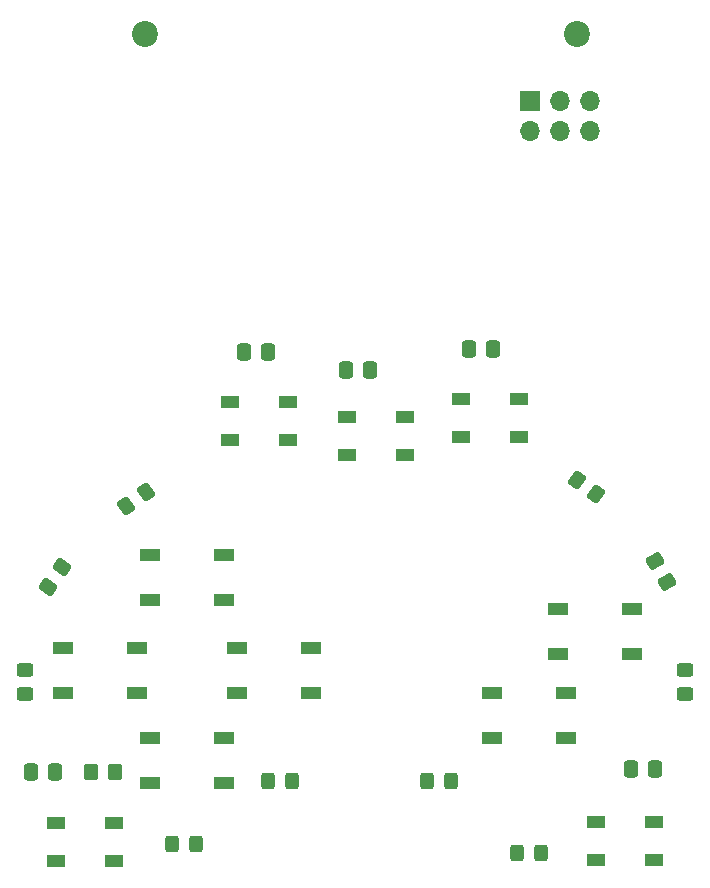
<source format=gbr>
%TF.GenerationSoftware,KiCad,Pcbnew,(6.0.0)*%
%TF.CreationDate,2022-01-21T17:49:12+00:00*%
%TF.ProjectId,molly-the-mermaid,6d6f6c6c-792d-4746-9865-2d6d65726d61,rev?*%
%TF.SameCoordinates,Original*%
%TF.FileFunction,Soldermask,Top*%
%TF.FilePolarity,Negative*%
%FSLAX46Y46*%
G04 Gerber Fmt 4.6, Leading zero omitted, Abs format (unit mm)*
G04 Created by KiCad (PCBNEW (6.0.0)) date 2022-01-21 17:49:12*
%MOMM*%
%LPD*%
G01*
G04 APERTURE LIST*
G04 Aperture macros list*
%AMRoundRect*
0 Rectangle with rounded corners*
0 $1 Rounding radius*
0 $2 $3 $4 $5 $6 $7 $8 $9 X,Y pos of 4 corners*
0 Add a 4 corners polygon primitive as box body*
4,1,4,$2,$3,$4,$5,$6,$7,$8,$9,$2,$3,0*
0 Add four circle primitives for the rounded corners*
1,1,$1+$1,$2,$3*
1,1,$1+$1,$4,$5*
1,1,$1+$1,$6,$7*
1,1,$1+$1,$8,$9*
0 Add four rect primitives between the rounded corners*
20,1,$1+$1,$2,$3,$4,$5,0*
20,1,$1+$1,$4,$5,$6,$7,0*
20,1,$1+$1,$6,$7,$8,$9,0*
20,1,$1+$1,$8,$9,$2,$3,0*%
G04 Aperture macros list end*
%ADD10C,2.200000*%
%ADD11RoundRect,0.250000X-0.350000X-0.450000X0.350000X-0.450000X0.350000X0.450000X-0.350000X0.450000X0*%
%ADD12R,1.700000X1.000000*%
%ADD13O,1.700000X1.700000*%
%ADD14R,1.700000X1.700000*%
%ADD15RoundRect,0.250000X-0.530373X-0.163796X-0.011260X-0.554976X0.530373X0.163796X0.011260X0.554976X0*%
%ADD16RoundRect,0.250000X-0.552211X0.056458X-0.227211X-0.506458X0.552211X-0.056458X0.227211X0.506458X0*%
%ADD17RoundRect,0.250000X-0.450000X0.325000X-0.450000X-0.325000X0.450000X-0.325000X0.450000X0.325000X0*%
%ADD18RoundRect,0.250000X-0.325000X-0.450000X0.325000X-0.450000X0.325000X0.450000X-0.325000X0.450000X0*%
%ADD19RoundRect,0.250000X0.450000X-0.325000X0.450000X0.325000X-0.450000X0.325000X-0.450000X-0.325000X0*%
%ADD20RoundRect,0.250000X0.182206X-0.524334X0.555031X0.008115X-0.182206X0.524334X-0.555031X-0.008115X0*%
%ADD21RoundRect,0.250000X-0.008115X-0.555031X0.524334X-0.182206X0.008115X0.555031X-0.524334X0.182206X0*%
%ADD22R,1.500000X1.000000*%
%ADD23RoundRect,0.250000X-0.337500X-0.475000X0.337500X-0.475000X0.337500X0.475000X-0.337500X0.475000X0*%
%ADD24RoundRect,0.250000X0.337500X0.475000X-0.337500X0.475000X-0.337500X-0.475000X0.337500X-0.475000X0*%
G04 APERTURE END LIST*
D10*
%TO.C,H2*%
X240030000Y-53848000D03*
%TD*%
%TO.C,H1*%
X203454000Y-53848000D03*
%TD*%
D11*
%TO.C,R11*%
X198898000Y-116332000D03*
X200898000Y-116332000D03*
%TD*%
D12*
%TO.C,A*%
X238404000Y-102494000D03*
X244704000Y-102494000D03*
X238404000Y-106294000D03*
X244704000Y-106294000D03*
%TD*%
%TO.C,B*%
X239116000Y-113406000D03*
X232816000Y-113406000D03*
X239116000Y-109606000D03*
X232816000Y-109606000D03*
%TD*%
%TO.C,Down*%
X203860000Y-113416000D03*
X210160000Y-113416000D03*
X203860000Y-117216000D03*
X210160000Y-117216000D03*
%TD*%
%TO.C,Right*%
X211226000Y-105796000D03*
X217526000Y-105796000D03*
X211226000Y-109596000D03*
X217526000Y-109596000D03*
%TD*%
%TO.C,Up*%
X203860000Y-97922000D03*
X210160000Y-97922000D03*
X203860000Y-101722000D03*
X210160000Y-101722000D03*
%TD*%
%TO.C,Left*%
X196494000Y-105796000D03*
X202794000Y-105796000D03*
X196494000Y-109596000D03*
X202794000Y-109596000D03*
%TD*%
D13*
%TO.C,SAO*%
X241147600Y-62077600D03*
X241147600Y-59537600D03*
X238607600Y-62077600D03*
X238607600Y-59537600D03*
X236067600Y-62077600D03*
D14*
X236067600Y-59537600D03*
%TD*%
D15*
%TO.C,D16*%
X239973399Y-91585140D03*
X241610601Y-92818860D03*
%TD*%
D16*
%TO.C,D15*%
X246629500Y-98426324D03*
X247654500Y-100201676D03*
%TD*%
D17*
%TO.C,D14*%
X249174000Y-107687000D03*
X249174000Y-109737000D03*
%TD*%
D18*
%TO.C,D13*%
X234941000Y-123190000D03*
X236991000Y-123190000D03*
%TD*%
%TO.C,D12*%
X227312000Y-117094000D03*
X229362000Y-117094000D03*
%TD*%
%TO.C,D11*%
X213859000Y-117094000D03*
X215909000Y-117094000D03*
%TD*%
%TO.C,D10*%
X207781000Y-122428000D03*
X205731000Y-122428000D03*
%TD*%
D19*
%TO.C,D9*%
X193294000Y-109737000D03*
X193294000Y-107687000D03*
%TD*%
D20*
%TO.C,D8*%
X195246084Y-100661631D03*
X196421916Y-98982369D03*
%TD*%
D21*
%TO.C,D7*%
X201843369Y-93805916D03*
X203522631Y-92630084D03*
%TD*%
D22*
%TO.C,D6*%
X246544000Y-123774000D03*
X246544000Y-120574000D03*
X241644000Y-123774000D03*
X241644000Y-120574000D03*
%TD*%
%TO.C,D5*%
X235114000Y-87960000D03*
X235114000Y-84760000D03*
X230214000Y-87960000D03*
X230214000Y-84760000D03*
%TD*%
%TO.C,D4*%
X225462000Y-89484000D03*
X225462000Y-86284000D03*
X220562000Y-89484000D03*
X220562000Y-86284000D03*
%TD*%
%TO.C,D3*%
X215556000Y-88214000D03*
X215556000Y-85014000D03*
X210656000Y-88214000D03*
X210656000Y-85014000D03*
%TD*%
%TO.C,D2*%
X200824000Y-123850000D03*
X200824000Y-120650000D03*
X195924000Y-123850000D03*
X195924000Y-120650000D03*
%TD*%
D23*
%TO.C,C5*%
X244580500Y-116078000D03*
X246655500Y-116078000D03*
%TD*%
%TO.C,C4*%
X230864500Y-80518000D03*
X232939500Y-80518000D03*
%TD*%
%TO.C,C3*%
X220450500Y-82296000D03*
X222525500Y-82296000D03*
%TD*%
%TO.C,C2*%
X211814500Y-80772000D03*
X213889500Y-80772000D03*
%TD*%
D24*
%TO.C,C1*%
X195855500Y-116332000D03*
X193780500Y-116332000D03*
%TD*%
M02*

</source>
